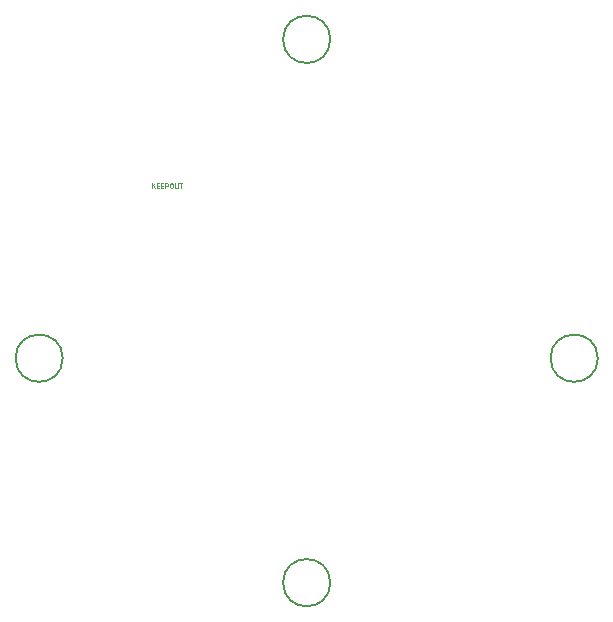
<source format=gbr>
%TF.GenerationSoftware,KiCad,Pcbnew,(5.1.10)-1*%
%TF.CreationDate,2022-01-29T15:25:58-05:00*%
%TF.ProjectId,CAN_Gauge,43414e5f-4761-4756-9765-2e6b69636164,rev?*%
%TF.SameCoordinates,Original*%
%TF.FileFunction,Other,Comment*%
%FSLAX46Y46*%
G04 Gerber Fmt 4.6, Leading zero omitted, Abs format (unit mm)*
G04 Created by KiCad (PCBNEW (5.1.10)-1) date 2022-01-29 15:25:58*
%MOMM*%
%LPD*%
G01*
G04 APERTURE LIST*
%ADD10C,0.150000*%
%ADD11C,0.070000*%
G04 APERTURE END LIST*
D10*
%TO.C,H4*%
X135304000Y-71592000D02*
G75*
G03*
X135304000Y-71592000I-2000000J0D01*
G01*
%TO.C,H3*%
X157954578Y-98585908D02*
G75*
G03*
X157954578Y-98585908I-2000000J0D01*
G01*
%TO.C,H2*%
X112653422Y-98585908D02*
G75*
G03*
X112653422Y-98585908I-2000000J0D01*
G01*
%TO.C,H1*%
X135304000Y-117592000D02*
G75*
G03*
X135304000Y-117592000I-2000000J0D01*
G01*
%TD*%
%TO.C,J1*%
D11*
X120229504Y-84181152D02*
X120229504Y-83781152D01*
X120458076Y-84181152D02*
X120286647Y-83952580D01*
X120458076Y-83781152D02*
X120229504Y-84009723D01*
X120629504Y-83971628D02*
X120762838Y-83971628D01*
X120819980Y-84181152D02*
X120629504Y-84181152D01*
X120629504Y-83781152D01*
X120819980Y-83781152D01*
X120991409Y-83971628D02*
X121124742Y-83971628D01*
X121181885Y-84181152D02*
X120991409Y-84181152D01*
X120991409Y-83781152D01*
X121181885Y-83781152D01*
X121353314Y-84181152D02*
X121353314Y-83781152D01*
X121505695Y-83781152D01*
X121543790Y-83800200D01*
X121562838Y-83819247D01*
X121581885Y-83857342D01*
X121581885Y-83914485D01*
X121562838Y-83952580D01*
X121543790Y-83971628D01*
X121505695Y-83990676D01*
X121353314Y-83990676D01*
X121829504Y-83781152D02*
X121905695Y-83781152D01*
X121943790Y-83800200D01*
X121981885Y-83838295D01*
X122000933Y-83914485D01*
X122000933Y-84047819D01*
X121981885Y-84124009D01*
X121943790Y-84162104D01*
X121905695Y-84181152D01*
X121829504Y-84181152D01*
X121791409Y-84162104D01*
X121753314Y-84124009D01*
X121734266Y-84047819D01*
X121734266Y-83914485D01*
X121753314Y-83838295D01*
X121791409Y-83800200D01*
X121829504Y-83781152D01*
X122172361Y-83781152D02*
X122172361Y-84104961D01*
X122191409Y-84143057D01*
X122210457Y-84162104D01*
X122248552Y-84181152D01*
X122324742Y-84181152D01*
X122362838Y-84162104D01*
X122381885Y-84143057D01*
X122400933Y-84104961D01*
X122400933Y-83781152D01*
X122534266Y-83781152D02*
X122762838Y-83781152D01*
X122648552Y-84181152D02*
X122648552Y-83781152D01*
%TD*%
M02*

</source>
